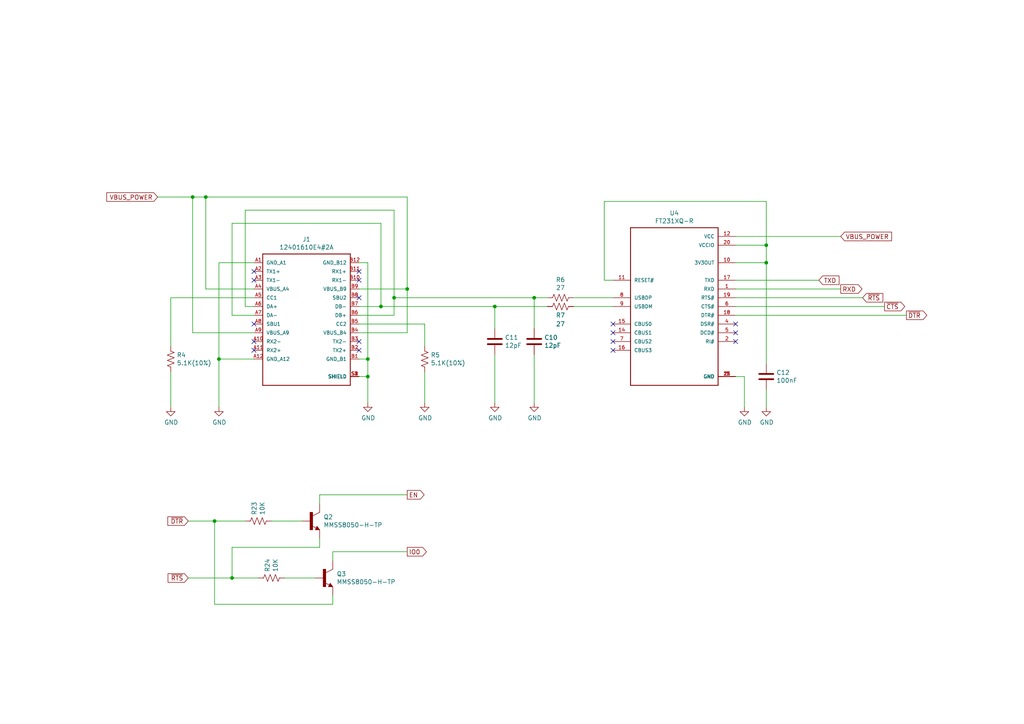
<source format=kicad_sch>
(kicad_sch (version 20231120) (generator "eeschema") (generator_version "8.0")
  (paper "A4")
  (lib_symbols
    (symbol "12401610E4#2A_1" (pin_names (offset 1.016))
      (property "Reference" "J" (at -12.7 18.3134 0))
      (property "Value" "12401610E4#2A" (at -12.7254 -22.8854 0))
      (symbol "12401610E4#2A_1_0_0"
        (polyline (pts (xy -12.7 -20.32) (xy 12.7 -20.32)) (stroke (width 0.254)))
        (polyline (pts (xy -12.7 17.78) (xy -12.7 -20.32)) (stroke (width 0.254)))
        (polyline (pts (xy 12.7 -20.32) (xy 12.7 17.78)) (stroke (width 0.254)))
        (polyline (pts (xy 12.7 17.78) (xy -12.7 17.78)) (stroke (width 0.254)))
        (pin passive line (at -15.24 15.24 0) (length 2.54) (name "GND_A1") (number "A1"))
        (pin passive line (at -15.24 -7.62 0) (length 2.54) (name "RX2-") (number "A10"))
        (pin passive line (at -15.24 -10.16 0) (length 2.54) (name "RX2+") (number "A11"))
        (pin passive line (at -15.24 -12.7 0) (length 2.54) (name "GND_A12") (number "A12"))
        (pin passive line (at -15.24 12.7 0) (length 2.54) (name "TX1+") (number "A2"))
        (pin passive line (at -15.24 10.16 0) (length 2.54) (name "TX1-") (number "A3"))
        (pin passive line (at -15.24 7.62 0) (length 2.54) (name "VBUS_A4") (number "A4"))
        (pin passive line (at -15.24 5.08 0) (length 2.54) (name "CC1") (number "A5"))
        (pin passive line (at -15.24 2.54 0) (length 2.54) (name "DA+") (number "A6"))
        (pin passive line (at -15.24 0 0) (length 2.54) (name "DA-") (number "A7"))
        (pin passive line (at -15.24 -2.54 0) (length 2.54) (name "SBU1") (number "A8"))
        (pin passive line (at -15.24 -5.08 0) (length 2.54) (name "VBUS_A9") (number "A9"))
        (pin passive line (at 15.24 -12.7 180) (length 2.54) (name "GND_B1") (number "B1"))
        (pin passive line (at 15.24 10.16 180) (length 2.54) (name "RX1-") (number "B10"))
        (pin passive line (at 15.24 12.7 180) (length 2.54) (name "RX1+") (number "B11"))
        (pin passive line (at 15.24 15.24 180) (length 2.54) (name "GND_B12") (number "B12"))
        (pin passive line (at 15.24 -10.16 180) (length 2.54) (name "TX2+") (number "B2"))
        (pin passive line (at 15.24 -7.62 180) (length 2.54) (name "TX2-") (number "B3"))
        (pin passive line (at 15.24 -5.08 180) (length 2.54) (name "VBUS_B4") (number "B4"))
        (pin passive line (at 15.24 -2.54 180) (length 2.54) (name "CC2") (number "B5"))
        (pin passive line (at 15.24 0 180) (length 2.54) (name "DB+") (number "B6"))
        (pin passive line (at 15.24 2.54 180) (length 2.54) (name "DB-") (number "B7"))
        (pin passive line (at 15.24 5.08 180) (length 2.54) (name "SBU2") (number "B8"))
        (pin passive line (at 15.24 7.62 180) (length 2.54) (name "VBUS_B9") (number "B9"))
        (pin passive line (at 15.24 -17.78 180) (length 2.54) (name "SHIELD") (number "S1"))
        (pin passive line (at 15.24 -17.78 180) (length 2.54) (name "SHIELD") (number "S2"))
        (pin passive line (at 15.24 -17.78 180) (length 2.54) (name "SHIELD") (number "S3"))
        (pin passive line (at 15.24 -17.78 180) (length 2.54) (name "SHIELD") (number "S4"))
      )
    )
    (symbol "12401610E4#2A_2" (pin_names (offset 1.016))
      (property "Reference" "J" (at -12.7 18.3134 0))
      (property "Value" "12401610E4#2A" (at -12.7254 -22.8854 0))
      (symbol "12401610E4#2A_2_0_0"
        (polyline (pts (xy -12.7 -20.32) (xy 12.7 -20.32)) (stroke (width 0.254)))
        (polyline (pts (xy -12.7 17.78) (xy -12.7 -20.32)) (stroke (width 0.254)))
        (polyline (pts (xy 12.7 -20.32) (xy 12.7 17.78)) (stroke (width 0.254)))
        (polyline (pts (xy 12.7 17.78) (xy -12.7 17.78)) (stroke (width 0.254)))
        (pin passive line (at -15.24 15.24 0) (length 2.54) (name "GND_A1") (number "A1"))
        (pin passive line (at -15.24 -7.62 0) (length 2.54) (name "RX2-") (number "A10"))
        (pin passive line (at -15.24 -10.16 0) (length 2.54) (name "RX2+") (number "A11"))
        (pin passive line (at -15.24 -12.7 0) (length 2.54) (name "GND_A12") (number "A12"))
        (pin passive line (at -15.24 12.7 0) (length 2.54) (name "TX1+") (number "A2"))
        (pin passive line (at -15.24 10.16 0) (length 2.54) (name "TX1-") (number "A3"))
        (pin passive line (at -15.24 7.62 0) (length 2.54) (name "VBUS_A4") (number "A4"))
        (pin passive line (at -15.24 5.08 0) (length 2.54) (name "CC1") (number "A5"))
        (pin passive line (at -15.24 2.54 0) (length 2.54) (name "DA+") (number "A6"))
        (pin passive line (at -15.24 0 0) (length 2.54) (name "DA-") (number "A7"))
        (pin passive line (at -15.24 -2.54 0) (length 2.54) (name "SBU1") (number "A8"))
        (pin passive line (at -15.24 -5.08 0) (length 2.54) (name "VBUS_A9") (number "A9"))
        (pin passive line (at 15.24 -12.7 180) (length 2.54) (name "GND_B1") (number "B1"))
        (pin passive line (at 15.24 10.16 180) (length 2.54) (name "RX1-") (number "B10"))
        (pin passive line (at 15.24 12.7 180) (length 2.54) (name "RX1+") (number "B11"))
        (pin passive line (at 15.24 15.24 180) (length 2.54) (name "GND_B12") (number "B12"))
        (pin passive line (at 15.24 -10.16 180) (length 2.54) (name "TX2+") (number "B2"))
        (pin passive line (at 15.24 -7.62 180) (length 2.54) (name "TX2-") (number "B3"))
        (pin passive line (at 15.24 -5.08 180) (length 2.54) (name "VBUS_B4") (number "B4"))
        (pin passive line (at 15.24 -2.54 180) (length 2.54) (name "CC2") (number "B5"))
        (pin passive line (at 15.24 0 180) (length 2.54) (name "DB+") (number "B6"))
        (pin passive line (at 15.24 2.54 180) (length 2.54) (name "DB-") (number "B7"))
        (pin passive line (at 15.24 5.08 180) (length 2.54) (name "SBU2") (number "B8"))
        (pin passive line (at 15.24 7.62 180) (length 2.54) (name "VBUS_B9") (number "B9"))
        (pin passive line (at 15.24 -17.78 180) (length 2.54) (name "SHIELD") (number "S1"))
        (pin passive line (at 15.24 -17.78 180) (length 2.54) (name "SHIELD") (number "S2"))
        (pin passive line (at 15.24 -17.78 180) (length 2.54) (name "SHIELD") (number "S3"))
        (pin passive line (at 15.24 -17.78 180) (length 2.54) (name "SHIELD") (number "S4"))
      )
    )
    (symbol "Device:C" (pin_numbers hide) (pin_names (offset 0.254))
      (property "Reference" "C" (at 0.635 2.54 0))
      (property "Value" "C" (at 0.635 -2.54 0))
      (symbol "C_0_1"
        (polyline (pts (xy -2.032 -0.762) (xy 2.032 -0.762)) (stroke (width 0.508)))
        (polyline (pts (xy -2.032 0.762) (xy 2.032 0.762)) (stroke (width 0.508)))
      )
      (symbol "C_1_1"
        (pin passive line (at 0 3.81 270) (length 2.794) (name "~") (number "1"))
        (pin passive line (at 0 -3.81 90) (length 2.794) (name "~") (number "2"))
      )
    )
    (symbol "Device:R_US" (pin_numbers hide) (pin_names (offset 0))
      (property "Reference" "R" (at 2.54 0 90))
      (property "Value" "R_US" (at -2.54 0 90))
      (symbol "R_US_0_1"
        (polyline (pts (xy 0 -2.286) (xy 0 -2.54)))
        (polyline (pts (xy 0 2.286) (xy 0 2.54)))
        (polyline (pts (xy 0 -0.762) (xy 1.016 -1.143) (xy 0 -1.524) (xy -1.016 -1.905) (xy 0 -2.286)))
        (polyline (pts (xy 0 0.762) (xy 1.016 0.381) (xy 0 0) (xy -1.016 -0.381) (xy 0 -0.762)))
        (polyline (pts (xy 0 2.286) (xy 1.016 1.905) (xy 0 1.524) (xy -1.016 1.143) (xy 0 0.762)))
      )
      (symbol "R_US_1_1"
        (pin passive line (at 0 3.81 270) (length 1.27) (name "~") (number "1"))
        (pin passive line (at 0 -3.81 90) (length 1.27) (name "~") (number "2"))
      )
    )
    (symbol "FT231XQ-R_1" (pin_names (offset 1.016))
      (property "Reference" "U" (at -12.7 23.622 0))
      (property "Value" "FT231XQ-R" (at -12.7 -25.4 0))
      (symbol "FT231XQ-R_1_0_0"
        (polyline (pts (xy -12.7 -22.86) (xy -12.7 22.86)) (stroke (width 0.254)))
        (polyline (pts (xy -12.7 22.86) (xy 12.7 22.86)) (stroke (width 0.254)))
        (polyline (pts (xy 12.7 -22.86) (xy -12.7 -22.86)) (stroke (width 0.254)))
        (polyline (pts (xy 12.7 22.86) (xy 12.7 -22.86)) (stroke (width 0.254)))
        (pin input line (at 17.78 5.08 180) (length 5.08) (name "RXD") (number "1"))
        (pin output line (at 17.78 12.7 180) (length 5.08) (name "3V3OUT") (number "10"))
        (pin input line (at -17.78 7.62 0) (length 5.08) (name "RESET#") (number "11"))
        (pin power_in line (at 17.78 20.32 180) (length 5.08) (name "VCC") (number "12"))
        (pin power_in line (at 17.78 -20.32 180) (length 5.08) (name "GND") (number "13"))
        (pin bidirectional line (at -17.78 -7.62 0) (length 5.08) (name "CBUS1") (number "14"))
        (pin bidirectional line (at -17.78 -5.08 0) (length 5.08) (name "CBUS0") (number "15"))
        (pin bidirectional line (at -17.78 -12.7 0) (length 5.08) (name "CBUS3") (number "16"))
        (pin output line (at 17.78 7.62 180) (length 5.08) (name "TXD") (number "17"))
        (pin output line (at 17.78 -2.54 180) (length 5.08) (name "DTR#") (number "18"))
        (pin output line (at 17.78 2.54 180) (length 5.08) (name "RTS#") (number "19"))
        (pin input line (at 17.78 -10.16 180) (length 5.08) (name "RI#") (number "2"))
        (pin power_in line (at 17.78 17.78 180) (length 5.08) (name "VCCIO") (number "20"))
        (pin power_in line (at 17.78 -20.32 180) (length 5.08) (name "GND") (number "21"))
        (pin power_in line (at 17.78 -20.32 180) (length 5.08) (name "GND") (number "3"))
        (pin input line (at 17.78 -5.08 180) (length 5.08) (name "DSR#") (number "4"))
        (pin input line (at 17.78 -7.62 180) (length 5.08) (name "DCD#") (number "5"))
        (pin input line (at 17.78 0 180) (length 5.08) (name "CTS#") (number "6"))
        (pin bidirectional line (at -17.78 -10.16 0) (length 5.08) (name "CBUS2") (number "7"))
        (pin bidirectional line (at -17.78 2.54 0) (length 5.08) (name "USBDP") (number "8"))
        (pin bidirectional line (at -17.78 0 0) (length 5.08) (name "USBDM") (number "9"))
      )
    )
    (symbol "FT231XQ-R_2" (pin_names (offset 1.016))
      (property "Reference" "U" (at -12.7 23.622 0))
      (property "Value" "FT231XQ-R" (at -12.7 -25.4 0))
      (symbol "FT231XQ-R_2_0_0"
        (polyline (pts (xy -12.7 -22.86) (xy -12.7 22.86)) (stroke (width 0.254)))
        (polyline (pts (xy -12.7 22.86) (xy 12.7 22.86)) (stroke (width 0.254)))
        (polyline (pts (xy 12.7 -22.86) (xy -12.7 -22.86)) (stroke (width 0.254)))
        (polyline (pts (xy 12.7 22.86) (xy 12.7 -22.86)) (stroke (width 0.254)))
        (pin input line (at 17.78 5.08 180) (length 5.08) (name "RXD") (number "1"))
        (pin output line (at 17.78 12.7 180) (length 5.08) (name "3V3OUT") (number "10"))
        (pin input line (at -17.78 7.62 0) (length 5.08) (name "RESET#") (number "11"))
        (pin power_in line (at 17.78 20.32 180) (length 5.08) (name "VCC") (number "12"))
        (pin power_in line (at 17.78 -20.32 180) (length 5.08) (name "GND") (number "13"))
        (pin bidirectional line (at -17.78 -7.62 0) (length 5.08) (name "CBUS1") (number "14"))
        (pin bidirectional line (at -17.78 -5.08 0) (length 5.08) (name "CBUS0") (number "15"))
        (pin bidirectional line (at -17.78 -12.7 0) (length 5.08) (name "CBUS3") (number "16"))
        (pin output line (at 17.78 7.62 180) (length 5.08) (name "TXD") (number "17"))
        (pin output line (at 17.78 -2.54 180) (length 5.08) (name "DTR#") (number "18"))
        (pin output line (at 17.78 2.54 180) (length 5.08) (name "RTS#") (number "19"))
        (pin input line (at 17.78 -10.16 180) (length 5.08) (name "RI#") (number "2"))
        (pin power_in line (at 17.78 17.78 180) (length 5.08) (name "VCCIO") (number "20"))
        (pin power_in line (at 17.78 -20.32 180) (length 5.08) (name "GND") (number "21"))
        (pin power_in line (at 17.78 -20.32 180) (length 5.08) (name "GND") (number "3"))
        (pin input line (at 17.78 -5.08 180) (length 5.08) (name "DSR#") (number "4"))
        (pin input line (at 17.78 -7.62 180) (length 5.08) (name "DCD#") (number "5"))
        (pin input line (at 17.78 0 180) (length 5.08) (name "CTS#") (number "6"))
        (pin bidirectional line (at -17.78 -10.16 0) (length 5.08) (name "CBUS2") (number "7"))
        (pin bidirectional line (at -17.78 2.54 0) (length 5.08) (name "USBDP") (number "8"))
        (pin bidirectional line (at -17.78 0 0) (length 5.08) (name "USBDM") (number "9"))
      )
    )
    (symbol "microgame2-rescue:MMSS8050-H-TP-MMSS8050" (pin_numbers hide) (pin_names (offset 1.016) hide)
      (property "Reference" "Q" (at -10.16 7.62 0))
      (property "Value" "MMSS8050_MMSS8050-H-TP" (at -10.16 -7.62 0))
      (symbol "MMSS8050-H-TP-MMSS8050_0_0"
        (rectangle (start -0.254 -2.54) (end 0.508 2.54) (fill (type outline)))
        (polyline (pts (xy 1.27 -2.54) (xy 1.778 -1.524)) (stroke (width 0.1524)))
        (polyline (pts (xy 1.524 -2.413) (xy 2.286 -2.413)) (stroke (width 0.254)))
        (polyline (pts (xy 1.524 -2.286) (xy 1.905 -2.286)) (stroke (width 0.254)))
        (polyline (pts (xy 1.5494 -2.032) (xy 0.3048 -1.4224)) (stroke (width 0.1524)))
        (polyline (pts (xy 1.778 -1.778) (xy 1.524 -2.286)) (stroke (width 0.254)))
        (polyline (pts (xy 1.778 -1.524) (xy 2.54 -2.54)) (stroke (width 0.1524)))
        (polyline (pts (xy 1.905 -2.286) (xy 1.778 -2.032)) (stroke (width 0.254)))
        (polyline (pts (xy 2.286 -2.413) (xy 1.778 -1.778)) (stroke (width 0.254)))
        (polyline (pts (xy 2.54 -2.54) (xy 1.27 -2.54)) (stroke (width 0.1524)))
        (polyline (pts (xy 2.54 2.54) (xy 0.508 1.524)) (stroke (width 0.1524)))
        (pin passive line (at -2.54 0 0) (length 2.54) (name "~") (number "1"))
        (pin passive line (at 2.54 -5.08 90) (length 2.54) (name "~") (number "2"))
        (pin passive line (at 2.54 5.08 270) (length 2.54) (name "~") (number "3"))
      )
    )
    (symbol "power:GND" (power) (pin_names (offset 0))
      (property "Value" "GND" (at 0 -3.81 0))
      (symbol "GND_0_1"
        (polyline (pts (xy 0 0) (xy 0 -1.27) (xy 1.27 -1.27) (xy 0 -2.54) (xy -1.27 -1.27) (xy 0 -1.27)))
      )
      (symbol "GND_1_1"
        (pin power_in line (at 0 0 270) (length 0) hide (name "GND") (number "1"))
      )
    )
  )
  (junction (at 222.25 76.2))
  (junction (at 106.68 109.22))
  (junction (at 59.69 57.15))
  (junction (at 106.68 104.14))
  (junction (at 143.51 88.9))
  (junction (at 114.3 86.36))
  (junction (at 62.23 151.13))
  (junction (at 67.31 167.64))
  (junction (at 55.88 57.15))
  (junction (at 110.49 88.9))
  (junction (at 118.11 83.82))
  (junction (at 154.94 86.36))
  (junction (at 222.25 71.12))
  (junction (at 63.5 104.14))
  (no_connect (at 73.66 99.06))
  (no_connect (at 104.14 81.28))
  (no_connect (at 177.8 101.6))
  (no_connect (at 213.36 93.98))
  (no_connect (at 213.36 99.06))
  (no_connect (at 104.14 99.06))
  (no_connect (at 104.14 78.74))
  (no_connect (at 73.66 78.74))
  (no_connect (at 73.66 101.6))
  (no_connect (at 104.14 86.36))
  (no_connect (at 213.36 96.52))
  (no_connect (at 177.8 96.52))
  (no_connect (at 73.66 93.98))
  (no_connect (at 177.8 99.06))
  (no_connect (at 104.14 101.6))
  (no_connect (at 177.8 93.98))
  (no_connect (at 73.66 81.28))
  (wire (pts (xy 114.3 91.44) (xy 104.14 91.44)))
  (wire (pts (xy 73.66 83.82) (xy 59.69 83.82)))
  (wire (pts (xy 123.19 107.95) (xy 123.19 116.84)))
  (wire (pts (xy 104.14 109.22) (xy 106.68 109.22)))
  (wire (pts (xy 71.12 88.9) (xy 71.12 60.96)))
  (wire (pts (xy 110.49 88.9) (xy 143.51 88.9)))
  (wire (pts (xy 62.23 151.13) (xy 54.61 151.13)))
  (wire (pts (xy 222.25 113.03) (xy 222.25 118.11)))
  (wire (pts (xy 73.66 96.52) (xy 55.88 96.52)))
  (wire (pts (xy 118.11 96.52) (xy 118.11 83.82)))
  (wire (pts (xy 213.36 109.22) (xy 215.9 109.22)))
  (wire (pts (xy 123.19 93.98) (xy 123.19 100.33)))
  (wire (pts (xy 177.8 86.36) (xy 166.37 86.36)))
  (wire (pts (xy 96.52 175.26) (xy 62.23 175.26)))
  (wire (pts (xy 154.94 102.87) (xy 154.94 116.84)))
  (wire (pts (xy 166.37 88.9) (xy 177.8 88.9)))
  (wire (pts (xy 154.94 86.36) (xy 158.75 86.36)))
  (wire (pts (xy 74.93 167.64) (xy 67.31 167.64)))
  (wire (pts (xy 143.51 95.25) (xy 143.51 88.9)))
  (wire (pts (xy 67.31 91.44) (xy 67.31 64.77)))
  (wire (pts (xy 106.68 76.2) (xy 106.68 104.14)))
  (wire (pts (xy 59.69 57.15) (xy 55.88 57.15)))
  (wire (pts (xy 59.69 83.82) (xy 59.69 57.15)))
  (wire (pts (xy 104.14 83.82) (xy 118.11 83.82)))
  (wire (pts (xy 96.52 172.72) (xy 96.52 175.26)))
  (wire (pts (xy 213.36 83.82) (xy 243.84 83.82)))
  (wire (pts (xy 213.36 71.12) (xy 222.25 71.12)))
  (wire (pts (xy 63.5 76.2) (xy 63.5 104.14)))
  (wire (pts (xy 215.9 109.22) (xy 215.9 118.11)))
  (wire (pts (xy 213.36 91.44) (xy 262.89 91.44)))
  (wire (pts (xy 62.23 175.26) (xy 62.23 151.13)))
  (wire (pts (xy 110.49 64.77) (xy 110.49 88.9)))
  (wire (pts (xy 49.53 107.95) (xy 49.53 118.11)))
  (wire (pts (xy 222.25 76.2) (xy 222.25 105.41)))
  (wire (pts (xy 71.12 60.96) (xy 114.3 60.96)))
  (wire (pts (xy 118.11 57.15) (xy 59.69 57.15)))
  (wire (pts (xy 213.36 81.28) (xy 237.49 81.28)))
  (wire (pts (xy 106.68 109.22) (xy 106.68 116.84)))
  (wire (pts (xy 175.26 81.28) (xy 175.26 58.42)))
  (wire (pts (xy 55.88 57.15) (xy 45.72 57.15)))
  (wire (pts (xy 104.14 96.52) (xy 118.11 96.52)))
  (wire (pts (xy 213.36 76.2) (xy 222.25 76.2)))
  (wire (pts (xy 104.14 104.14) (xy 106.68 104.14)))
  (wire (pts (xy 92.71 158.75) (xy 67.31 158.75)))
  (wire (pts (xy 78.74 151.13) (xy 87.63 151.13)))
  (wire (pts (xy 96.52 160.02) (xy 118.11 160.02)))
  (wire (pts (xy 114.3 86.36) (xy 154.94 86.36)))
  (wire (pts (xy 104.14 93.98) (xy 123.19 93.98)))
  (wire (pts (xy 106.68 104.14) (xy 106.68 109.22)))
  (wire (pts (xy 114.3 60.96) (xy 114.3 86.36)))
  (wire (pts (xy 73.66 88.9) (xy 71.12 88.9)))
  (wire (pts (xy 118.11 83.82) (xy 118.11 57.15)))
  (wire (pts (xy 96.52 162.56) (xy 96.52 160.02)))
  (wire (pts (xy 92.71 146.05) (xy 92.71 143.51)))
  (wire (pts (xy 73.66 91.44) (xy 67.31 91.44)))
  (wire (pts (xy 67.31 64.77) (xy 110.49 64.77)))
  (wire (pts (xy 154.94 86.36) (xy 154.94 95.25)))
  (wire (pts (xy 143.51 88.9) (xy 158.75 88.9)))
  (wire (pts (xy 67.31 167.64) (xy 54.61 167.64)))
  (wire (pts (xy 73.66 104.14) (xy 63.5 104.14)))
  (wire (pts (xy 213.36 88.9) (xy 256.54 88.9)))
  (wire (pts (xy 110.49 88.9) (xy 104.14 88.9)))
  (wire (pts (xy 175.26 58.42) (xy 222.25 58.42)))
  (wire (pts (xy 222.25 71.12) (xy 222.25 76.2)))
  (wire (pts (xy 104.14 76.2) (xy 106.68 76.2)))
  (wire (pts (xy 114.3 86.36) (xy 114.3 91.44)))
  (wire (pts (xy 92.71 156.21) (xy 92.71 158.75)))
  (wire (pts (xy 213.36 86.36) (xy 250.19 86.36)))
  (wire (pts (xy 55.88 96.52) (xy 55.88 57.15)))
  (wire (pts (xy 82.55 167.64) (xy 91.44 167.64)))
  (wire (pts (xy 222.25 58.42) (xy 222.25 71.12)))
  (wire (pts (xy 92.71 143.51) (xy 118.11 143.51)))
  (wire (pts (xy 63.5 104.14) (xy 63.5 118.11)))
  (wire (pts (xy 49.53 86.36) (xy 73.66 86.36)))
  (wire (pts (xy 143.51 102.87) (xy 143.51 116.84)))
  (wire (pts (xy 177.8 81.28) (xy 175.26 81.28)))
  (wire (pts (xy 67.31 158.75) (xy 67.31 167.64)))
  (wire (pts (xy 49.53 86.36) (xy 49.53 100.33)))
  (wire (pts (xy 213.36 68.58) (xy 243.84 68.58)))
  (wire (pts (xy 73.66 76.2) (xy 63.5 76.2)))
  (wire (pts (xy 71.12 151.13) (xy 62.23 151.13)))
  (global_label "~{CTS}" (shape output) (at 256.54 88.9 0) (property "Intersheetrefs" "${INTERSHEET_REFS}" (effects (hide yes))))
  (global_label "VBUS_POWER" (shape input) (at 243.84 68.58 0) (property "Intersheetrefs" "${INTERSHEET_REFS}" (effects (hide yes))))
  (global_label "~{DTR}" (shape input) (at 54.61 151.13 180) (property "Intersheetrefs" "${INTERSHEET_REFS}" (effects (hide yes))))
  (global_label "RXD" (shape output) (at 243.84 83.82 0) (property "Intersheetrefs" "${INTERSHEET_REFS}" (effects (hide yes))))
  (global_label "EN" (shape output) (at 118.11 143.51 0) (property "Intersheetrefs" "${INTERSHEET_REFS}" (effects (hide yes))))
  (global_label "~{RTS}" (shape input) (at 250.19 86.36 0) (property "Intersheetrefs" "${INTERSHEET_REFS}" (effects (hide yes))))
  (global_label "VBUS_POWER" (shape input) (at 45.72 57.15 180) (property "Intersheetrefs" "${INTERSHEET_REFS}" (effects (hide yes))))
  (global_label "IO0" (shape output) (at 118.11 160.02 0) (property "Intersheetrefs" "${INTERSHEET_REFS}" (effects (hide yes))))
  (global_label "~{DTR}" (shape output) (at 262.89 91.44 0) (property "Intersheetrefs" "${INTERSHEET_REFS}" (effects (hide yes))))
  (global_label "TXD" (shape input) (at 237.49 81.28 0) (property "Intersheetrefs" "${INTERSHEET_REFS}" (effects (hide yes))))
  (global_label "~{RTS}" (shape input) (at 54.61 167.64 180) (property "Intersheetrefs" "${INTERSHEET_REFS}" (effects (hide yes))))
  (symbol (lib_name "FT231XQ-R_2") (lib_id "FT231XQ-R:FT231XQ-R") (at 195.58 88.9 0) (unit 1)
    (property "Reference" "U4" (at 195.58 61.7982 0))
    (property "Value" "FT231XQ-R" (at 195.58 64.1096 0))
    (property "Footprint" "Digi-Key:QFN50P400X400X80-21N" (effects (hide yes)))
    (property "Datasheet" "0.25" (effects (hide yes)))
    (property "Field4" "7742" (effects (hide yes)))
    (property "Field5" "4.0" (effects (hide yes)))
    (property "Field6" "0.4" (effects (hide yes)))
    (property "Field7" "4.0" (effects (hide yes)))
    (property "Field11" "2.0" (effects (hide yes)))
    (property "Field13" "0.3" (effects (hide yes)))
    (property "Field14" "4.0" (effects (hide yes)))
    (property "Field15" "FTDI, Future" (effects (hide yes)))
    (property "Field16" "0.8" (effects (hide yes)))
    (property "Field17" "0.5" (effects (hide yes)))
    (property "Field18" "4.0" (effects (hide yes)))
    (property "Field19" "2.0" (effects (hide yes)))
    (property "Field20" "0.2" (effects (hide yes)))
    (property "Field21" "0.5" (effects (hide yes)))
    (property "Field24" "IPC 7351B" (effects (hide yes)))
    (property "Field25" "5.0" (effects (hide yes)))
    (property "Field26" "5.0" (effects (hide yes)))
    (property "Field28" "4.0" (effects (hide yes)))
    (property "Field31" "0.3" (effects (hide yes)))
    (property "Field37" "1.2" (effects (hide yes)))
    (property "Field39" "4.0" (effects (hide yes)))
  )
  (symbol (lib_id "power:GND") (at 222.25 118.11 0) (unit 1)
    (property "Reference" "#PWR027" (effects (hide yes)))
    (property "Value" "GND" (at 222.377 122.5042 0))
  )
  (symbol (lib_id "Device:C") (at 222.25 109.22 0) (unit 1)
    (property "Reference" "C12" (at 225.171 108.0516 0) (effects (justify left)))
    (property "Value" "100nF" (at 225.171 110.363 0) (effects (justify left)))
    (property "Footprint" "Resistor_SMD:R_0402_1005Metric" (effects (hide yes)))
  )
  (symbol (lib_id "power:GND") (at 215.9 118.11 0) (unit 1)
    (property "Reference" "#PWR026" (effects (hide yes)))
    (property "Value" "GND" (at 216.027 122.5042 0))
  )
  (symbol (lib_id "Device:R_US") (at 162.56 86.36 270) (unit 1)
    (property "Reference" "R6" (at 162.56 81.153 90))
    (property "Value" "27" (at 162.56 83.4644 90))
    (property "Footprint" "Resistor_SMD:R_0402_1005Metric" (effects (hide yes)))
  )
  (symbol (lib_id "Device:R_US") (at 162.56 88.9 270) (unit 1)
    (property "Reference" "R7" (at 162.56 91.44 90))
    (property "Value" "27" (at 162.56 93.98 90))
    (property "Footprint" "Resistor_SMD:R_0402_1005Metric" (effects (hide yes)))
  )
  (symbol (lib_name "12401610E4#2A_2") (lib_id "12401610E4_2A:12401610E4#2A") (at 88.9 91.44 0) (unit 1)
    (property "Reference" "J1" (at 88.9 69.4182 0))
    (property "Value" "12401610E4#2A" (at 88.9 71.7296 0))
    (property "Footprint" "Digi-Key:AMPHENOL_12401610E4#2A" (effects (hide yes)))
    (property "Datasheet" "Manufacturer Recommendation" (effects (hide yes)))
    (property "Field4" "12401610E4#2A" (effects (hide yes)))
    (property "Field5" "None" (effects (hide yes)))
    (property "Field6" "None" (effects (hide yes)))
    (property "Field7" "Unavailable" (effects (hide yes)))
    (property "Field8" "Amphenol" (effects (hide yes)))
    (property "Field9" "Conn USB Type C Surface Mount Receptacle" (effects (hide yes)))
  )
  (symbol (lib_id "power:GND") (at 106.68 116.84 0) (unit 1)
    (property "Reference" "#PWR022" (effects (hide yes)))
    (property "Value" "GND" (at 106.807 121.2342 0))
  )
  (symbol (lib_id "power:GND") (at 63.5 118.11 0) (unit 1)
    (property "Reference" "#PWR021" (effects (hide yes)))
    (property "Value" "GND" (at 63.627 122.5042 0))
  )
  (symbol (lib_id "Device:R_US") (at 123.19 104.14 180) (unit 1)
    (property "Reference" "R5" (at 124.9172 102.9716 0) (effects (justify right)))
    (property "Value" "5.1K(10%)" (at 124.9172 105.283 0) (effects (justify right)))
    (property "Footprint" "Resistor_SMD:R_0402_1005Metric" (effects (hide yes)))
  )
  (symbol (lib_id "power:GND") (at 123.19 116.84 0) (unit 1)
    (property "Reference" "#PWR023" (effects (hide yes)))
    (property "Value" "GND" (at 123.317 121.2342 0))
  )
  (symbol (lib_id "Device:R_US") (at 49.53 104.14 180) (unit 1)
    (property "Reference" "R4" (at 51.2572 102.9716 0) (effects (justify right)))
    (property "Value" "5.1K(10%)" (at 51.2572 105.283 0) (effects (justify right)))
    (property "Footprint" "Resistor_SMD:R_0402_1005Metric" (effects (hide yes)))
  )
  (symbol (lib_id "power:GND") (at 49.53 118.11 0) (unit 1)
    (property "Reference" "#PWR020" (effects (hide yes)))
    (property "Value" "GND" (at 49.657 122.5042 0))
  )
  (symbol (lib_id "Device:C") (at 143.51 99.06 0) (unit 1)
    (property "Reference" "C11" (at 146.431 97.8916 0) (effects (justify left)))
    (property "Value" "12pF" (at 146.431 100.203 0) (effects (justify left)))
    (property "Footprint" "Resistor_SMD:R_0402_1005Metric" (effects (hide yes)))
  )
  (symbol (lib_id "Device:C") (at 154.94 99.06 0) (unit 1)
    (property "Reference" "C10" (at 157.861 97.8916 0) (effects (justify left)))
    (property "Value" "12pF" (at 157.861 100.203 0) (effects (justify left)))
    (property "Footprint" "Resistor_SMD:R_0402_1005Metric" (effects (hide yes)))
  )
  (symbol (lib_id "power:GND") (at 154.94 116.84 0) (unit 1)
    (property "Reference" "#PWR024" (effects (hide yes)))
    (property "Value" "GND" (at 155.067 121.2342 0))
  )
  (symbol (lib_id "power:GND") (at 143.51 116.84 0) (unit 1)
    (property "Reference" "#PWR025" (effects (hide yes)))
    (property "Value" "GND" (at 143.637 121.2342 0))
  )
  (symbol (lib_id "microgame2-rescue:MMSS8050-H-TP-MMSS8050") (at 90.17 151.13 0) (unit 1)
    (property "Reference" "Q2" (at 93.8276 149.9616 0) (effects (justify left)))
    (property "Value" "MMSS8050-H-TP" (at 93.8276 152.273 0) (effects (justify left)))
    (property "Footprint" "Digi-Key:TRANS_MMSS8050-H-TP" (effects (hide yes)))
    (property "Datasheet" "MCC" (effects (hide yes)))
    (property "Field4" "Manufacturer recommendations" (effects (hide yes)))
    (property "Field5" "D" (effects (hide yes)))
    (property "Field6" "1.22mm" (effects (hide yes)))
  )
  (symbol (lib_id "microgame2-rescue:MMSS8050-H-TP-MMSS8050") (at 93.98 167.64 0) (unit 1)
    (property "Reference" "Q3" (at 97.6376 166.4716 0) (effects (justify left)))
    (property "Value" "MMSS8050-H-TP" (at 97.6376 168.783 0) (effects (justify left)))
    (property "Footprint" "Digi-Key:TRANS_MMSS8050-H-TP" (effects (hide yes)))
    (property "Datasheet" "MCC" (effects (hide yes)))
    (property "Field4" "Manufacturer recommendations" (effects (hide yes)))
    (property "Field5" "D" (effects (hide yes)))
    (property "Field6" "1.22mm" (effects (hide yes)))
  )
  (symbol (lib_id "Device:R_US") (at 74.93 151.13 270) (unit 1)
    (property "Reference" "R23" (at 73.7616 149.4028 0) (effects (justify right)))
    (property "Value" "10K" (at 76.073 149.4028 0) (effects (justify right)))
    (property "Footprint" "Resistor_SMD:R_0402_1005Metric" (effects (hide yes)))
  )
  (symbol (lib_id "Device:R_US") (at 78.74 167.64 270) (unit 1)
    (property "Reference" "R24" (at 77.5716 165.9128 0) (effects (justify right)))
    (property "Value" "10K" (at 79.883 165.9128 0) (effects (justify right)))
    (property "Footprint" "Resistor_SMD:R_0402_1005Metric" (effects (hide yes)))
  )
)
</source>
